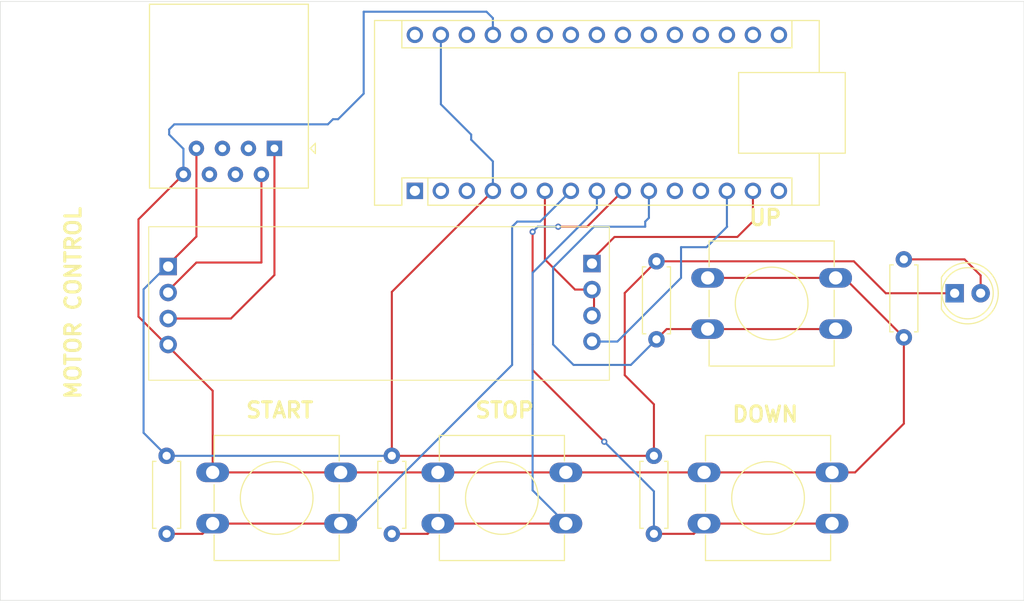
<source format=kicad_pcb>
(kicad_pcb (version 20240108) (generator "pcbnew") (generator_version "8.0")
  (layers (0 "F.Cu" signal) (31 "B.Cu" signal) (34 "B.Paste" user) (35 "F.Paste" user) (36 "B.SilkS" user "B.Silkscreen") (37 "F.SilkS" user "F.Silkscreen") (38 "B.Mask" user) (39 "F.Mask" user) (44 "Edge.Cuts" user))
  (net 0 "")
  (net 5 "5V")
  (net 9 "GND")
  (net 13 "BTN_START")
  (net 16 "BTN_PLUS")
  (net 17 "DE")
  (net 18 "BTN_STOP")
  (net 20 "DI")
  (net 25 "R0")
  (net 28 "BTN_MINUS")
  (net 30 "Net-(D1-A)")
  (net 34 "A")
  (net 35 "B")
  (footprint "Button_Switch_THT:SW_PUSH-12mm" (layer "F.Cu") (at 105.75 124.5)
    (property "Reference" "SW1" (hide yes))
    (property "Value" "SW_Push")
    (fp_line (start 0.14 -3.61) (end 0.14 -1.1) (stroke (width 0.12)) (layer "F.SilkS"))
    (fp_line (start 0.14 -3.61) (end 12.36 -3.61) (stroke (width 0.12)) (layer "F.SilkS"))
    (fp_line (start 0.14 1.2) (end 0.14 3.8) (stroke (width 0.12)) (layer "F.SilkS"))
    (fp_line (start 0.14 6.1) (end 0.14 8.61) (stroke (width 0.12)) (layer "F.SilkS"))
    (fp_line (start 12.36 -3.61) (end 12.36 -1.1) (stroke (width 0.12)) (layer "F.SilkS"))
    (fp_line (start 12.36 1.2) (end 12.36 3.8) (stroke (width 0.12)) (layer "F.SilkS"))
    (fp_line (start 12.36 6.1) (end 12.36 8.61) (stroke (width 0.12)) (layer "F.SilkS"))
    (fp_line (start 12.36 8.61) (end 0.14 8.61) (stroke (width 0.12)) (layer "F.SilkS"))
    (fp_circle (center 6.25 2.5) (end 9.8 2.5) (stroke (width 0.12)) (fill none) (layer "F.SilkS"))
    (pad "1" thru_hole oval (at 0 0) (size 3.2 1.9) (drill 1.3) (layers "*.Cu" "*.Mask") (net 5 "5V"))
    (pad "1" thru_hole oval (at 12.5 0) (size 3.2 1.9) (drill 1.3) (layers "*.Cu" "*.Mask") (net 5 "5V"))
    (pad "2" thru_hole oval (at 0 5) (size 3.2 1.9) (drill 1.3) (layers "*.Cu" "*.Mask") (net 13 "BTN_START"))
    (pad "2" thru_hole oval (at 12.5 5) (size 3.2 1.9) (drill 1.3) (layers "*.Cu" "*.Mask") (net 13 "BTN_START"))
  )
  (footprint "max485module:MAX485-TTL" (layer "F.Cu") (at 117.5 113.5)
    (property "Reference" "U1" (hide yes))
    (property "Value" "~")
    (fp_rect (start -18 -13) (end 27 2) (stroke (width 0.1)) (fill none) (layer "F.SilkS"))
    (pad "1" thru_hole rect (at 25.3 -9.4) (size 1.7 1.7) (drill 1) (layers "*.Cu" "*.Mask") (net 20 "DI"))
    (pad "2" thru_hole oval (at 25.3 -6.86) (size 1.7 1.7) (drill 1) (layers "*.Cu" "*.Mask") (net 17 "DE"))
    (pad "3" thru_hole oval (at 25.3 -4.32) (size 1.7 1.7) (drill 1) (layers "*.Cu" "*.Mask") (net 17 "DE"))
    (pad "4" thru_hole oval (at 25.3 -1.8) (size 1.7 1.7) (drill 1) (layers "*.Cu" "*.Mask") (net 25 "R0"))
    (pad "5" thru_hole rect (at -16.1 -9.11) (size 1.7 1.7) (drill 1) (layers "*.Cu" "*.Mask") (net 9 "GND"))
    (pad "6" thru_hole oval (at -16.1 -1.49) (size 1.7 1.7) (drill 1) (layers "*.Cu" "*.Mask") (net 5 "5V"))
    (pad "7" thru_hole oval (at -16.1 -6.57) (size 1.7 1.7) (drill 1) (layers "*.Cu" "*.Mask") (net 34 "A"))
    (pad "8" thru_hole oval (at -16.1 -4.03) (size 1.7 1.7) (drill 1) (layers "*.Cu" "*.Mask") (net 35 "B"))
  )
  (footprint "Button_Switch_THT:SW_PUSH-12mm" (layer "F.Cu") (at 153.75 124.5)
    (property "Reference" "SW3" (hide yes))
    (property "Value" "SW_Push")
    (fp_line (start 0.14 -3.61) (end 0.14 -1.1) (stroke (width 0.12)) (layer "F.SilkS"))
    (fp_line (start 0.14 -3.61) (end 12.36 -3.61) (stroke (width 0.12)) (layer "F.SilkS"))
    (fp_line (start 0.14 1.2) (end 0.14 3.8) (stroke (width 0.12)) (layer "F.SilkS"))
    (fp_line (start 0.14 6.1) (end 0.14 8.61) (stroke (width 0.12)) (layer "F.SilkS"))
    (fp_line (start 12.36 -3.61) (end 12.36 -1.1) (stroke (width 0.12)) (layer "F.SilkS"))
    (fp_line (start 12.36 1.2) (end 12.36 3.8) (stroke (width 0.12)) (layer "F.SilkS"))
    (fp_line (start 12.36 6.1) (end 12.36 8.61) (stroke (width 0.12)) (layer "F.SilkS"))
    (fp_line (start 12.36 8.61) (end 0.14 8.61) (stroke (width 0.12)) (layer "F.SilkS"))
    (fp_circle (center 6.25 2.5) (end 9.8 2.5) (stroke (width 0.12)) (fill none) (layer "F.SilkS"))
    (pad "1" thru_hole oval (at 0 0) (size 3.2 1.9) (drill 1.3) (layers "*.Cu" "*.Mask") (net 5 "5V"))
    (pad "1" thru_hole oval (at 12.5 0) (size 3.2 1.9) (drill 1.3) (layers "*.Cu" "*.Mask") (net 5 "5V"))
    (pad "2" thru_hole oval (at 0 5) (size 3.2 1.9) (drill 1.3) (layers "*.Cu" "*.Mask") (net 28 "BTN_MINUS"))
    (pad "2" thru_hole oval (at 12.5 5) (size 3.2 1.9) (drill 1.3) (layers "*.Cu" "*.Mask") (net 28 "BTN_MINUS"))
  )
  (footprint "Button_Switch_THT:SW_PUSH-12mm" (layer "F.Cu") (at 127.75 124.5)
    (property "Reference" "SW2" (hide yes))
    (property "Value" "SW_Push")
    (fp_line (start 0.14 -3.61) (end 0.14 -1.1) (stroke (width 0.12)) (layer "F.SilkS"))
    (fp_line (start 0.14 -3.61) (end 12.36 -3.61) (stroke (width 0.12)) (layer "F.SilkS"))
    (fp_line (start 0.14 1.2) (end 0.14 3.8) (stroke (width 0.12)) (layer "F.SilkS"))
    (fp_line (start 0.14 6.1) (end 0.14 8.61) (stroke (width 0.12)) (layer "F.SilkS"))
    (fp_line (start 12.36 -3.61) (end 12.36 -1.1) (stroke (width 0.12)) (layer "F.SilkS"))
    (fp_line (start 12.36 1.2) (end 12.36 3.8) (stroke (width 0.12)) (layer "F.SilkS"))
    (fp_line (start 12.36 6.1) (end 12.36 8.61) (stroke (width 0.12)) (layer "F.SilkS"))
    (fp_line (start 12.36 8.61) (end 0.14 8.61) (stroke (width 0.12)) (layer "F.SilkS"))
    (fp_circle (center 6.25 2.5) (end 9.8 2.5) (stroke (width 0.12)) (fill none) (layer "F.SilkS"))
    (pad "1" thru_hole oval (at 0 0) (size 3.2 1.9) (drill 1.3) (layers "*.Cu" "*.Mask") (net 5 "5V"))
    (pad "1" thru_hole oval (at 12.5 0) (size 3.2 1.9) (drill 1.3) (layers "*.Cu" "*.Mask") (net 5 "5V"))
    (pad "2" thru_hole oval (at 0 5) (size 3.2 1.9) (drill 1.3) (layers "*.Cu" "*.Mask") (net 18 "BTN_STOP"))
    (pad "2" thru_hole oval (at 12.5 5) (size 3.2 1.9) (drill 1.3) (layers "*.Cu" "*.Mask") (net 18 "BTN_STOP"))
  )
  (footprint "Button_Switch_THT:SW_PUSH-12mm" (layer "F.Cu") (at 154.1 105.5)
    (property "Reference" "SW4" (hide yes))
    (property "Value" "SW_Push")
    (fp_line (start 0.14 -3.61) (end 0.14 -1.1) (stroke (width 0.12)) (layer "F.SilkS"))
    (fp_line (start 0.14 -3.61) (end 12.36 -3.61) (stroke (width 0.12)) (layer "F.SilkS"))
    (fp_line (start 0.14 1.2) (end 0.14 3.8) (stroke (width 0.12)) (layer "F.SilkS"))
    (fp_line (start 0.14 6.1) (end 0.14 8.61) (stroke (width 0.12)) (layer "F.SilkS"))
    (fp_line (start 12.36 -3.61) (end 12.36 -1.1) (stroke (width 0.12)) (layer "F.SilkS"))
    (fp_line (start 12.36 1.2) (end 12.36 3.8) (stroke (width 0.12)) (layer "F.SilkS"))
    (fp_line (start 12.36 6.1) (end 12.36 8.61) (stroke (width 0.12)) (layer "F.SilkS"))
    (fp_line (start 12.36 8.61) (end 0.14 8.61) (stroke (width 0.12)) (layer "F.SilkS"))
    (fp_circle (center 6.25 2.5) (end 9.8 2.5) (stroke (width 0.12)) (fill none) (layer "F.SilkS"))
    (pad "1" thru_hole oval (at 0 0) (size 3.2 1.9) (drill 1.3) (layers "*.Cu" "*.Mask") (net 5 "5V"))
    (pad "1" thru_hole oval (at 12.5 0) (size 3.2 1.9) (drill 1.3) (layers "*.Cu" "*.Mask") (net 5 "5V"))
    (pad "2" thru_hole oval (at 0 5) (size 3.2 1.9) (drill 1.3) (layers "*.Cu" "*.Mask") (net 16 "BTN_PLUS"))
    (pad "2" thru_hole oval (at 12.5 5) (size 3.2 1.9) (drill 1.3) (layers "*.Cu" "*.Mask") (net 16 "BTN_PLUS"))
  )
  (footprint "Resistor_THT:R_Axial_DIN0207_L6.3mm_D2.5mm_P7.62mm_Horizontal" (layer "F.Cu") (at 123.25 130.5 90)
    (property "Reference" "R2" (hide yes))
    (property "Value" "10K")
    (fp_line (start 7.08 -1.37) (end 7.08 -1.04) (stroke (width 0.12)) (layer "F.SilkS"))
    (fp_line (start 0.54 -1.37) (end 7.08 -1.37) (stroke (width 0.12)) (layer "F.SilkS"))
    (fp_line (start 0.54 -1.04) (end 0.54 -1.37) (stroke (width 0.12)) (layer "F.SilkS"))
    (fp_line (start 0.54 1.04) (end 0.54 1.37) (stroke (width 0.12)) (layer "F.SilkS"))
    (fp_line (start 7.08 1.37) (end 7.08 1.04) (stroke (width 0.12)) (layer "F.SilkS"))
    (fp_line (start 0.54 1.37) (end 7.08 1.37) (stroke (width 0.12)) (layer "F.SilkS"))
    (pad "1" thru_hole circle (at 0 0 90) (size 1.6 1.6) (drill 0.8) (layers "*.Cu" "*.Mask") (net 18 "BTN_STOP"))
    (pad "2" thru_hole oval (at 7.62 0 90) (size 1.6 1.6) (drill 0.8) (layers "*.Cu" "*.Mask") (net 9 "GND"))
  )
  (footprint "Resistor_THT:R_Axial_DIN0207_L6.3mm_D2.5mm_P7.62mm_Horizontal" (layer "F.Cu") (at 101.25 130.5 90)
    (property "Reference" "R1" (hide yes))
    (property "Value" "10K")
    (fp_line (start 7.08 -1.37) (end 7.08 -1.04) (stroke (width 0.12)) (layer "F.SilkS"))
    (fp_line (start 0.54 -1.37) (end 7.08 -1.37) (stroke (width 0.12)) (layer "F.SilkS"))
    (fp_line (start 0.54 -1.04) (end 0.54 -1.37) (stroke (width 0.12)) (layer "F.SilkS"))
    (fp_line (start 0.54 1.04) (end 0.54 1.37) (stroke (width 0.12)) (layer "F.SilkS"))
    (fp_line (start 7.08 1.37) (end 7.08 1.04) (stroke (width 0.12)) (layer "F.SilkS"))
    (fp_line (start 0.54 1.37) (end 7.08 1.37) (stroke (width 0.12)) (layer "F.SilkS"))
    (pad "1" thru_hole circle (at 0 0 90) (size 1.6 1.6) (drill 0.8) (layers "*.Cu" "*.Mask") (net 13 "BTN_START"))
    (pad "2" thru_hole oval (at 7.62 0 90) (size 1.6 1.6) (drill 0.8) (layers "*.Cu" "*.Mask") (net 9 "GND"))
  )
  (footprint "Resistor_THT:R_Axial_DIN0207_L6.3mm_D2.5mm_P7.62mm_Horizontal" (layer "F.Cu") (at 173.265 111.31 90)
    (property "Reference" "R5" (hide yes))
    (property "Value" "330")
    (fp_line (start 7.08 -1.37) (end 7.08 -1.04) (stroke (width 0.12)) (layer "F.SilkS"))
    (fp_line (start 0.54 -1.37) (end 7.08 -1.37) (stroke (width 0.12)) (layer "F.SilkS"))
    (fp_line (start 0.54 -1.04) (end 0.54 -1.37) (stroke (width 0.12)) (layer "F.SilkS"))
    (fp_line (start 0.54 1.04) (end 0.54 1.37) (stroke (width 0.12)) (layer "F.SilkS"))
    (fp_line (start 7.08 1.37) (end 7.08 1.04) (stroke (width 0.12)) (layer "F.SilkS"))
    (fp_line (start 0.54 1.37) (end 7.08 1.37) (stroke (width 0.12)) (layer "F.SilkS"))
    (pad "1" thru_hole circle (at 0 0 90) (size 1.6 1.6) (drill 0.8) (layers "*.Cu" "*.Mask") (net 5 "5V"))
    (pad "2" thru_hole oval (at 7.62 0 90) (size 1.6 1.6) (drill 0.8) (layers "*.Cu" "*.Mask") (net 30 "Net-(D1-A)"))
  )
  (footprint "MountingHole:MountingHole_5mm" (layer "F.Cu") (at 90.5 131.5)
    (property "Reference" "H1" (hide yes))
    (property "Value" "MountingHole")
    (pad "" np_thru_hole circle (at 0 0) (size 5 5) (drill 5) (layers "*.Cu" "*.Mask"))
  )
  (footprint "Connector_RJ:RJ45_Amphenol_54602-x08_Horizontal" (layer "F.Cu") (at 111.7825 92.85 180)
    (property "Reference" "J1" (hide yes))
    (property "Value" "RJ45")
    (fp_line (start 12.205 -3.88) (end 12.205 14.08) (stroke (width 0.12)) (layer "F.SilkS"))
    (fp_line (start 12.205 -3.88) (end -3.315 -3.88) (stroke (width 0.12)) (layer "F.SilkS"))
    (fp_line (start -3.315 14.08) (end 12.205 14.08) (stroke (width 0.12)) (layer "F.SilkS"))
    (fp_line (start -3.315 -3.88) (end -3.315 14.08) (stroke (width 0.12)) (layer "F.SilkS"))
    (fp_line (start -3.5 0) (end -4 -0.5) (stroke (width 0.12)) (layer "F.SilkS"))
    (fp_line (start -4 0.5) (end -3.5 0) (stroke (width 0.12)) (layer "F.SilkS"))
    (fp_line (start -4 -0.5) (end -4 0.5) (stroke (width 0.12)) (layer "F.SilkS"))
    (pad "" np_thru_hole circle (at -1.27 6.35 180) (size 3.2 3.2) (drill 3.2) (layers "*.Cu" "*.Mask"))
    (pad "" np_thru_hole circle (at 10.16 6.35 180) (size 3.2 3.2) (drill 3.2) (layers "*.Cu" "*.Mask"))
    (pad "1" thru_hole rect (at 0 0 180) (size 1.5 1.5) (drill 0.76) (layers "*.Cu" "*.Mask") (net 35 "B"))
    (pad "2" thru_hole circle (at 1.27 -2.54 180) (size 1.5 1.5) (drill 0.76) (layers "*.Cu" "*.Mask") (net 34 "A"))
    (pad "3" thru_hole circle (at 2.54 0 180) (size 1.5 1.5) (drill 0.76) (layers "*.Cu" "*.Mask"))
    (pad "4" thru_hole circle (at 3.81 -2.54 180) (size 1.5 1.5) (drill 0.76) (layers "*.Cu" "*.Mask"))
    (pad "5" thru_hole circle (at 5.08 0 180) (size 1.5 1.5) (drill 0.76) (layers "*.Cu" "*.Mask"))
    (pad "6" thru_hole circle (at 6.35 -2.54 180) (size 1.5 1.5) (drill 0.76) (layers "*.Cu" "*.Mask"))
    (pad "7" thru_hole circle (at 7.62 0 180) (size 1.5 1.5) (drill 0.76) (layers "*.Cu" "*.Mask") (net 9 "GND"))
    (pad "8" thru_hole circle (at 8.89 -2.54 180) (size 1.5 1.5) (drill 0.76) (layers "*.Cu" "*.Mask") (net 5 "5V"))
  )
  (footprint "MountingHole:MountingHole_5mm" (layer "F.Cu") (at 90.5 84)
    (property "Reference" "H4" (hide yes))
    (property "Value" "MountingHole")
    (pad "" np_thru_hole circle (at 0 0) (size 5 5) (drill 5) (layers "*.Cu" "*.Mask"))
  )
  (footprint "MountingHole:MountingHole_5mm" (layer "F.Cu") (at 179.5 131.5)
    (property "Reference" "H2" (hide yes))
    (property "Value" "MountingHole")
    (pad "" np_thru_hole circle (at 0 0) (size 5 5) (drill 5) (layers "*.Cu" "*.Mask"))
  )
  (footprint "Resistor_THT:R_Axial_DIN0207_L6.3mm_D2.5mm_P7.62mm_Horizontal" (layer "F.Cu") (at 149.1 111.5 90)
    (property "Reference" "R4" (hide yes))
    (property "Value" "10K")
    (fp_line (start 7.08 -1.37) (end 7.08 -1.04) (stroke (width 0.12)) (layer "F.SilkS"))
    (fp_line (start 0.54 -1.37) (end 7.08 -1.37) (stroke (width 0.12)) (layer "F.SilkS"))
    (fp_line (start 0.54 -1.04) (end 0.54 -1.37) (stroke (width 0.12)) (layer "F.SilkS"))
    (fp_line (start 0.54 1.04) (end 0.54 1.37) (stroke (width 0.12)) (layer "F.SilkS"))
    (fp_line (start 7.08 1.37) (end 7.08 1.04) (stroke (width 0.12)) (layer "F.SilkS"))
    (fp_line (start 0.54 1.37) (end 7.08 1.37) (stroke (width 0.12)) (layer "F.SilkS"))
    (pad "1" thru_hole circle (at 0 0 90) (size 1.6 1.6) (drill 0.8) (layers "*.Cu" "*.Mask") (net 16 "BTN_PLUS"))
    (pad "2" thru_hole oval (at 7.62 0 90) (size 1.6 1.6) (drill 0.8) (layers "*.Cu" "*.Mask") (net 9 "GND"))
  )
  (footprint "Resistor_THT:R_Axial_DIN0207_L6.3mm_D2.5mm_P7.62mm_Horizontal" (layer "F.Cu") (at 148.85 130.5 90)
    (property "Reference" "R3" (hide yes))
    (property "Value" "10K")
    (fp_line (start 7.08 -1.37) (end 7.08 -1.04) (stroke (width 0.12)) (layer "F.SilkS"))
    (fp_line (start 0.54 -1.37) (end 7.08 -1.37) (stroke (width 0.12)) (layer "F.SilkS"))
    (fp_line (start 0.54 -1.04) (end 0.54 -1.37) (stroke (width 0.12)) (layer "F.SilkS"))
    (fp_line (start 0.54 1.04) (end 0.54 1.37) (stroke (width 0.12)) (layer "F.SilkS"))
    (fp_line (start 7.08 1.37) (end 7.08 1.04) (stroke (width 0.12)) (layer "F.SilkS"))
    (fp_line (start 0.54 1.37) (end 7.08 1.37) (stroke (width 0.12)) (layer "F.SilkS"))
    (pad "1" thru_hole circle (at 0 0 90) (size 1.6 1.6) (drill 0.8) (layers "*.Cu" "*.Mask") (net 28 "BTN_MINUS"))
    (pad "2" thru_hole oval (at 7.62 0 90) (size 1.6 1.6) (drill 0.8) (layers "*.Cu" "*.Mask") (net 9 "GND"))
  )
  (footprint "MountingHole:MountingHole_5mm" (layer "F.Cu") (at 179.5 84)
    (property "Reference" "H3" (hide yes))
    (property "Value" "MountingHole")
    (pad "" np_thru_hole circle (at 0 0) (size 5 5) (drill 5) (layers "*.Cu" "*.Mask"))
  )
  (footprint "LED_THT:LED_D5.0mm" (layer "F.Cu") (at 178.225 107)
    (property "Reference" "D1" (hide yes))
    (property "Value" "LED")
    (fp_line (start -1.29 -1.545) (end -1.29 1.545) (stroke (width 0.12)) (layer "F.SilkS"))
    (fp_arc (start -1.29 -1.54483) (mid 2.072002 -2.880433) (end 4.26 0.000462) (stroke (width 0.12)) (layer "F.SilkS"))
    (fp_arc (start 4.26 -0.000462) (mid 2.072002 2.880433) (end -1.29 1.54483) (stroke (width 0.12)) (layer "F.SilkS"))
    (fp_circle (center 1.27 0) (end 3.77 0) (stroke (width 0.12)) (fill none) (layer "F.SilkS"))
    (pad "1" thru_hole rect (at 0 0) (size 1.8 1.8) (drill 0.9) (layers "*.Cu" "*.Mask") (net 9 "GND"))
    (pad "2" thru_hole circle (at 2.54 0) (size 1.8 1.8) (drill 0.9) (layers "*.Cu" "*.Mask") (net 30 "Net-(D1-A)"))
  )
  (footprint "Module:Arduino_Nano" (layer "F.Cu") (at 125.5 97 90)
    (property "Reference" "A1" (hide yes))
    (property "Value" "Arduino_Nano_Every")
    (fp_line (start 16.64 -3.94) (end -1.4 -3.94) (stroke (width 0.12)) (layer "F.SilkS"))
    (fp_line (start -1.4 -3.94) (end -1.4 -1.27) (stroke (width 0.12)) (layer "F.SilkS"))
    (fp_line (start 13.97 -1.27) (end 16.64 -1.27) (stroke (width 0.12)) (layer "F.SilkS"))
    (fp_line (start 13.97 -1.27) (end 13.97 36.83) (stroke (width 0.12)) (layer "F.SilkS"))
    (fp_line (start 1.27 -1.27) (end -1.4 -1.27) (stroke (width 0.12)) (layer "F.SilkS"))
    (fp_line (start 1.27 1.27) (end 1.27 -1.27) (stroke (width 0.12)) (layer "F.SilkS"))
    (fp_line (start 1.27 1.27) (end -1.4 1.27) (stroke (width 0.12)) (layer "F.SilkS"))
    (fp_line (start 1.27 1.27) (end 1.27 36.83) (stroke (width 0.12)) (layer "F.SilkS"))
    (fp_line (start -1.4 1.27) (end -1.4 39.5) (stroke (width 0.12)) (layer "F.SilkS"))
    (fp_line (start 11.56 31.62) (end 11.56 42.04) (stroke (width 0.12)) (layer "F.SilkS"))
    (fp_line (start 3.68 31.62) (end 11.56 31.62) (stroke (width 0.12)) (layer "F.SilkS"))
    (fp_line (start 13.97 36.83) (end 16.64 36.83) (stroke (width 0.12)) (layer "F.SilkS"))
    (fp_line (start 1.27 36.83) (end -1.4 36.83) (stroke (width 0.12)) (layer "F.SilkS"))
    (fp_line (start 16.64 39.5) (end 16.64 -3.94) (stroke (width 0.12)) (layer "F.SilkS"))
    (fp_line (start 16.64 39.5) (end 11.56 39.5) (stroke (width 0.12)) (layer "F.SilkS"))
    (fp_line (start -1.4 39.5) (end 3.68 39.5) (stroke (width 0.12)) (layer "F.SilkS"))
    (fp_line (start 11.56 42.04) (end 3.68 42.04) (stroke (width 0.12)) (layer "F.SilkS"))
    (fp_line (start 3.68 42.04) (end 3.68 31.62) (stroke (width 0.12)) (layer "F.SilkS"))
    (pad "1" thru_hole rect (at 0 0 90) (size 1.6 1.6) (drill 1) (layers "*.Cu" "*.Mask"))
    (pad "2" thru_hole oval (at 0 2.54 90) (size 1.6 1.6) (drill 1) (layers "*.Cu" "*.Mask"))
    (pad "3" thru_hole oval (at 0 5.08 90) (size 1.6 1.6) (drill 1) (layers "*.Cu" "*.Mask"))
    (pad "4" thru_hole oval (at 0 7.62 90) (size 1.6 1.6) (drill 1) (layers "*.Cu" "*.Mask") (net 9 "GND"))
    (pad "5" thru_hole oval (at 0 10.16 90) (size 1.6 1.6) (drill 1) (layers "*.Cu" "*.Mask"))
    (pad "6" thru_hole oval (at 0 12.7 90) (size 1.6 1.6) (drill 1) (layers "*.Cu" "*.Mask") (net 17 "DE"))
    (pad "7" thru_hole oval (at 0 15.24 90) (size 1.6 1.6) (drill 1) (layers "*.Cu" "*.Mask") (net 13 "BTN_START"))
    (pad "8" thru_hole oval (at 0 17.78 90) (size 1.6 1.6) (drill 1) (layers "*.Cu" "*.Mask") (net 18 "BTN_STOP"))
    (pad "9" thru_hole oval (at 0 20.32 90) (size 1.6 1.6) (drill 1) (layers "*.Cu" "*.Mask") (net 28 "BTN_MINUS"))
    (pad "10" thru_hole oval (at 0 22.86 90) (size 1.6 1.6) (drill 1) (layers "*.Cu" "*.Mask") (net 16 "BTN_PLUS"))
    (pad "11" thru_hole oval (at 0 25.4 90) (size 1.6 1.6) (drill 1) (layers "*.Cu" "*.Mask"))
    (pad "12" thru_hole oval (at 0 27.94 90) (size 1.6 1.6) (drill 1) (layers "*.Cu" "*.Mask"))
    (pad "13" thru_hole oval (at 0 30.48 90) (size 1.6 1.6) (drill 1) (layers "*.Cu" "*.Mask") (net 25 "R0"))
    (pad "14" thru_hole oval (at 0 33.02 90) (size 1.6 1.6) (drill 1) (layers "*.Cu" "*.Mask") (net 20 "DI"))
    (pad "15" thru_hole oval (at 0 35.56 90) (size 1.6 1.6) (drill 1) (layers "*.Cu" "*.Mask"))
    (pad "16" thru_hole oval (at 15.24 35.56 90) (size 1.6 1.6) (drill 1) (layers "*.Cu" "*.Mask"))
    (pad "17" thru_hole oval (at 15.24 33.02 90) (size 1.6 1.6) (drill 1) (layers "*.Cu" "*.Mask"))
    (pad "18" thru_hole oval (at 15.24 30.48 90) (size 1.6 1.6) (drill 1) (layers "*.Cu" "*.Mask"))
    (pad "19" thru_hole oval (at 15.24 27.94 90) (size 1.6 1.6) (drill 1) (layers "*.Cu" "*.Mask"))
    (pad "20" thru_hole oval (at 15.24 25.4 90) (size 1.6 1.6) (drill 1) (layers "*.Cu" "*.Mask"))
    (pad "21" thru_hole oval (at 15.24 22.86 90) (size 1.6 1.6) (drill 1) (layers "*.Cu" "*.Mask"))
    (pad "22" thru_hole oval (at 15.24 20.32 90) (size 1.6 1.6) (drill 1) (layers "*.Cu" "*.Mask"))
    (pad "23" thru_hole oval (at 15.24 17.78 90) (size 1.6 1.6) (drill 1) (layers "*.Cu" "*.Mask"))
    (pad "24" thru_hole oval (at 15.24 15.24 90) (size 1.6 1.6) (drill 1) (layers "*.Cu" "*.Mask"))
    (pad "25" thru_hole oval (at 15.24 12.7 90) (size 1.6 1.6) (drill 1) (layers "*.Cu" "*.Mask"))
    (pad "26" thru_hole oval (at 15.24 10.16 90) (size 1.6 1.6) (drill 1) (layers "*.Cu" "*.Mask"))
    (pad "27" thru_hole oval (at 15.24 7.62 90) (size 1.6 1.6) (drill 1) (layers "*.Cu" "*.Mask") (net 5 "5V"))
    (pad "28" thru_hole oval (at 15.24 5.08 90) (size 1.6 1.6) (drill 1) (layers "*.Cu" "*.Mask"))
    (pad "29" thru_hole oval (at 15.24 2.54 90) (size 1.6 1.6) (drill 1) (layers "*.Cu" "*.Mask") (net 9 "GND"))
    (pad "30" thru_hole oval (at 15.24 0 90) (size 1.6 1.6) (drill 1) (layers "*.Cu" "*.Mask"))
  )
  (gr_rect (start 85 78.5) (end 185 137) (stroke (width 0.05)) (fill none) (layer "Edge.Cuts"))
  (gr_text "DOWN" (at 156.35 119.7 0) (layer "F.SilkS") (effects (font (size 1.5 1.5) (thickness 0.3) (bold yes)) (justify left bottom)))
  (gr_text "START" (at 108.85 119.3 0) (layer "F.SilkS") (effects (font (size 1.5 1.5) (thickness 0.3) (bold yes)) (justify left bottom)))
  (gr_text "MOTOR CONTROL" (at 93 117.5 90) (layer "F.SilkS") (effects (font (size 1.5 1.5) (thickness 0.3) (bold yes)) (justify left bottom)))
  (gr_text "STOP" (at 131.25 119.3 0) (layer "F.SilkS") (effects (font (size 1.5 1.5) (thickness 0.3) (bold yes)) (justify left bottom)))
  (gr_text "UP" (at 158 100.5 0) (layer "F.SilkS") (effects (font (size 1.5 1.5) (thickness 0.3) (bold yes)) (justify left bottom)))
  (segment (start 166.6 105.5) (end 154.1 105.5) (width 0.2) (layer "F.Cu") (net 5))
  (segment (start 118.25 124.5) (end 105.75 124.5) (width 0.2) (layer "F.Cu") (net 5))
  (segment (start 166.25 124.5) (end 168.5 124.5) (width 0.2) (layer "F.Cu") (net 5))
  (segment (start 173.265 119.735) (end 173.265 111.31) (width 0.2) (layer "F.Cu") (net 5))
  (segment (start 167.455 105.5) (end 166.6 105.5) (width 0.2) (layer "F.Cu") (net 5))
  (segment (start 102.8925 95.39) (end 98.5 99.7825) (width 0.2) (layer "F.Cu") (net 5))
  (segment (start 140.25 124.5) (end 127.75 124.5) (width 0.2) (layer "F.Cu") (net 5))
  (segment (start 153.75 124.5) (end 140.25 124.5) (width 0.2) (layer "F.Cu") (net 5))
  (segment (start 105.75 116.53) (end 101.23 112.01) (width 0.2) (layer "F.Cu") (net 5))
  (segment (start 153.75 124.5) (end 166.25 124.5) (width 0.2) (layer "F.Cu") (net 5))
  (segment (start 105.75 124.5) (end 105.75 116.53) (width 0.2) (layer "F.Cu") (net 5))
  (segment (start 98.5 109.28) (end 101.23 112.01) (width 0.2) (layer "F.Cu") (net 5))
  (segment (start 98.5 99.7825) (end 98.5 109.28) (width 0.2) (layer "F.Cu") (net 5))
  (segment (start 168.5 124.5) (end 173.265 119.735) (width 0.2) (layer "F.Cu") (net 5))
  (segment (start 173.265 111.31) (end 167.455 105.5) (width 0.2) (layer "F.Cu") (net 5))
  (segment (start 127.75 124.5) (end 118.25 124.5) (width 0.2) (layer "F.Cu") (net 5))
  (segment (start 133.12 80.12) (end 132.5 79.5) (width 0.2) (layer "B.Cu") (net 5))
  (segment (start 102.8925 92.8925) (end 102.8925 95.39) (width 0.2) (layer "B.Cu") (net 5))
  (segment (start 101.5 91) (end 101.5 91.5) (width 0.2) (layer "B.Cu") (net 5))
  (segment (start 120.5 87.5) (end 118 90) (width 0.2) (layer "B.Cu") (net 5))
  (segment (start 117 90.5) (end 102 90.5) (width 0.2) (layer "B.Cu") (net 5))
  (segment (start 133.12 81.76) (end 133.12 80.12) (width 0.2) (layer "B.Cu") (net 5))
  (segment (start 101.5 91.5) (end 102.8925 92.8925) (width 0.2) (layer "B.Cu") (net 5))
  (segment (start 132.5 79.5) (end 120.5 79.5) (width 0.2) (layer "B.Cu") (net 5))
  (segment (start 120.5 79.5) (end 120.5 87.5) (width 0.2) (layer "B.Cu") (net 5))
  (segment (start 117.5 90) (end 117 90.5) (width 0.2) (layer "B.Cu") (net 5))
  (segment (start 102 90.5) (end 101.5 91) (width 0.2) (layer "B.Cu") (net 5))
  (segment (start 118 90) (end 117.5 90) (width 0.2) (layer "B.Cu") (net 5))
  (segment (start 146 106.98) (end 149.1 103.88) (width 0.2) (layer "F.Cu") (net 9))
  (segment (start 168.38 103.88) (end 149.1 103.88) (width 0.2) (layer "F.Cu") (net 9))
  (segment (start 104.1625 101.4575) (end 101.23 104.39) (width 0.2) (layer "F.Cu") (net 9))
  (segment (start 178.225 107) (end 171.5 107) (width 0.2) (layer "F.Cu") (net 9))
  (segment (start 171.5 107) (end 168.38 103.88) (width 0.2) (layer "F.Cu") (net 9))
  (segment (start 123.25 106.87) (end 133.12 97) (width 0.2) (layer "F.Cu") (net 9))
  (segment (start 104.1625 92.85) (end 104.1625 101.4575) (width 0.2) (layer "F.Cu") (net 9))
  (segment (start 123.25 122.88) (end 123.25 106.87) (width 0.2) (layer "F.Cu") (net 9))
  (segment (start 148.85 122.88) (end 148.85 117.85) (width 0.2) (layer "F.Cu") (net 9))
  (segment (start 148.85 117.85) (end 146 115) (width 0.2) (layer "F.Cu") (net 9))
  (segment (start 123.25 122.88) (end 148.85 122.88) (width 0.2) (layer "F.Cu") (net 9))
  (segment (start 146 115) (end 146 106.98) (width 0.2) (layer "F.Cu") (net 9))
  (segment (start 99 120.63) (end 101.25 122.88) (width 0.2) (layer "B.Cu") (net 9))
  (segment (start 133.12 94.12) (end 133.12 97) (width 0.2) (layer "B.Cu") (net 9))
  (segment (start 99 106.62) (end 99 120.63) (width 0.2) (layer "B.Cu") (net 9))
  (segment (start 131 91.5) (end 131 92) (width 0.2) (layer "B.Cu") (net 9))
  (segment (start 101.23 104.39) (end 99 106.62) (width 0.2) (layer "B.Cu") (net 9))
  (segment (start 101.25 122.88) (end 123.25 122.88) (width 0.2) (layer "B.Cu") (net 9))
  (segment (start 131 92) (end 133.12 94.12) (width 0.2) (layer "B.Cu") (net 9))
  (segment (start 128.04 88.54) (end 131 91.5) (width 0.2) (layer "B.Cu") (net 9))
  (segment (start 128.04 81.76) (end 128.04 88.54) (width 0.2) (layer "B.Cu") (net 9))
  (segment (start 101.25 130.5) (end 104.75 130.5) (width 0.2) (layer "F.Cu") (net 13))
  (segment (start 105.75 129.5) (end 118.25 129.5) (width 0.2) (layer "F.Cu") (net 13))
  (segment (start 104.75 130.5) (end 105.75 129.5) (width 0.2) (layer "F.Cu") (net 13))
  (segment (start 118.25 129.5) (end 119.5 129.5) (width 0.2) (layer "B.Cu") (net 13))
  (segment (start 135 100.5) (end 135.5 100) (width 0.2) (layer "B.Cu") (net 13))
  (segment (start 135 114) (end 135 100.5) (width 0.2) (layer "B.Cu") (net 13))
  (segment (start 137.74 100) (end 140.74 97) (width 0.2) (layer "B.Cu") (net 13))
  (segment (start 119.5 129.5) (end 135 114) (width 0.2) (layer "B.Cu") (net 13))
  (segment (start 135.5 100) (end 137.74 100) (width 0.2) (layer "B.Cu") (net 13))
  (segment (start 166.6 110.5) (end 154.1 110.5) (width 0.2) (layer "F.Cu") (net 16))
  (segment (start 150.1 110.5) (end 149.1 111.5) (width 0.2) (layer "F.Cu") (net 16))
  (segment (start 154.1 110.5) (end 150.1 110.5) (width 0.2) (layer "F.Cu") (net 16))
  (segment (start 143 100.5) (end 148 100.5) (width 0.2) (layer "B.Cu") (net 16))
  (segment (start 146.6 114) (end 141 114) (width 0.2) (layer "B.Cu") (net 16))
  (segment (start 141 114) (end 139 112) (width 0.2) (layer "B.Cu") (net 16))
  (segment (start 149.1 111.5) (end 146.6 114) (width 0.2) (layer "B.Cu") (net 16))
  (segment (start 139 104.5) (end 143 100.5) (width 0.2) (layer "B.Cu") (net 16))
  (segment (start 139 112) (end 139 104.5) (width 0.2) (layer "B.Cu") (net 16))
  (segment (start 148 100.5) (end 148 100) (width 0.2) (layer "B.Cu") (net 16))
  (segment (start 148.36 99.64) (end 148.36 97) (width 0.2) (layer "B.Cu") (net 16))
  (segment (start 148 100) (end 148.36 99.64) (width 0.2) (layer "B.Cu") (net 16))
  (segment (start 143 109.18) (end 143 106.64) (width 0.2) (layer "F.Cu") (net 17))
  (segment (start 141.14 106.64) (end 138.2 103.7) (width 0.2) (layer "F.Cu") (net 17))
  (segment (start 138.2 103.7) (end 138.2 97) (width 0.2) (layer "F.Cu") (net 17))
  (segment (start 143 106.64) (end 141.14 106.64) (width 0.2) (layer "F.Cu") (net 17))
  (segment (start 127.75 129.5) (end 140.25 129.5) (width 0.2) (layer "F.Cu") (net 18))
  (segment (start 123.25 130.5) (end 126.75 130.5) (width 0.2) (layer "F.Cu") (net 18))
  (segment (start 126.75 130.5) (end 127.75 129.5) (width 0.2) (layer "F.Cu") (net 18))
  (segment (start 140.25 129.5) (end 137 126.25) (width 0.2) (layer "B.Cu") (net 18))
  (segment (start 137 126.25) (end 137 105) (width 0.2) (layer "B.Cu") (net 18))
  (segment (start 137 105) (end 143.28 98.72) (width 0.2) (layer "B.Cu") (net 18))
  (segment (start 143.28 98.72) (end 143.28 97) (width 0.2) (layer "B.Cu") (net 18))
  (segment (start 158.52 99.98) (end 158.52 97) (width 0.2) (layer "F.Cu") (net 20))
  (segment (start 145 101.5) (end 157 101.5) (width 0.2) (layer "F.Cu") (net 20))
  (segment (start 157 101.5) (end 158.52 99.98) (width 0.2) (layer "F.Cu") (net 20))
  (segment (start 143 103.5) (end 145 101.5) (width 0.2) (layer "F.Cu") (net 20))
  (segment (start 143 104.1) (end 143 103.5) (width 0.2) (layer "F.Cu") (net 20))
  (segment (start 156 100.5) (end 155.98 100.48) (width 0.2) (layer "B.Cu") (net 25))
  (segment (start 143 111.72) (end 145.28 111.72) (width 0.2) (layer "B.Cu") (net 25))
  (segment (start 145.28 111.72) (end 151.5 105.5) (width 0.2) (layer "B.Cu") (net 25))
  (segment (start 151.5 102.5) (end 154 102.5) (width 0.2) (layer "B.Cu") (net 25))
  (segment (start 151.5 105.5) (end 151.5 102.5) (width 0.2) (layer "B.Cu") (net 25))
  (segment (start 154 102.5) (end 156 100.5) (width 0.2) (layer "B.Cu") (net 25))
  (segment (start 155.98 100.48) (end 155.98 97) (width 0.2) (layer "B.Cu") (net 25))
  (segment (start 137 112) (end 137 114.5) (width 0.2) (layer "F.Cu") (net 28))
  (segment (start 145.82 97) (end 142.32 100.5) (width 0.2) (layer "F.Cu") (net 28))
  (segment (start 148.85 130.5) (end 152.75 130.5) (width 0.2) (layer "F.Cu") (net 28))
  (segment (start 137 101) (end 137 112) (width 0.2) (layer "F.Cu") (net 28))
  (segment (start 153.75 129.5) (end 166.25 129.5) (width 0.2) (layer "F.Cu") (net 28))
  (segment (start 137 114.5) (end 144 121.5) (width 0.2) (layer "F.Cu") (net 28))
  (segment (start 152.75 130.5) (end 153.75 129.5) (width 0.2) (layer "F.Cu") (net 28))
  (segment (start 142.32 100.5) (end 139.5 100.5) (width 0.2) (layer "F.Cu") (net 28))
  (via (at 139.5 100.5) (size 0.6) (drill 0.3) (layers "F.Cu" "B.Cu") (net 28))
  (via (at 137 101) (size 0.6) (drill 0.3) (layers "F.Cu" "B.Cu") (net 28))
  (via (at 144 121.5) (size 0.6) (drill 0.3) (layers "F.Cu" "B.Cu") (net 28))
  (segment (start 144 121.5) (end 148.85 126.35) (width 0.2) (layer "B.Cu") (net 28))
  (segment (start 148.85 126.35) (end 148.85 130.5) (width 0.2) (layer "B.Cu") (net 28))
  (segment (start 139.5 100.5) (end 137.5 100.5) (width 0.2) (layer "B.Cu") (net 28))
  (segment (start 137.5 100.5) (end 137 101) (width 0.2) (layer "B.Cu") (net 28))
  (segment (start 180.765 105.265) (end 179.19 103.69) (width 0.2) (layer "F.Cu") (net 30))
  (segment (start 179.19 103.69) (end 173.265 103.69) (width 0.2) (layer "F.Cu") (net 30))
  (segment (start 180.765 107) (end 180.765 105.265) (width 0.2) (layer "F.Cu") (net 30))
  (segment (start 110.5125 103.9875) (end 110.5 104) (width 0.2) (layer "F.Cu") (net 34))
  (segment (start 110.5125 95.39) (end 110.5125 103.9875) (width 0.2) (layer "F.Cu") (net 34))
  (segment (start 110.5 104) (end 104.16 104) (width 0.2) (layer "F.Cu") (net 34))
  (segment (start 104.16 104) (end 101.23 106.93) (width 0.2) (layer "F.Cu") (net 34))
  (segment (start 107.53 109.47) (end 101.23 109.47) (width 0.2) (layer "F.Cu") (net 35))
  (segment (start 111.7825 105.2175) (end 107.53 109.47) (width 0.2) (layer "F.Cu") (net 35))
  (segment (start 111.7825 92.85) (end 111.7825 105.2175) (width 0.2) (layer "F.Cu") (net 35))
)
</source>
